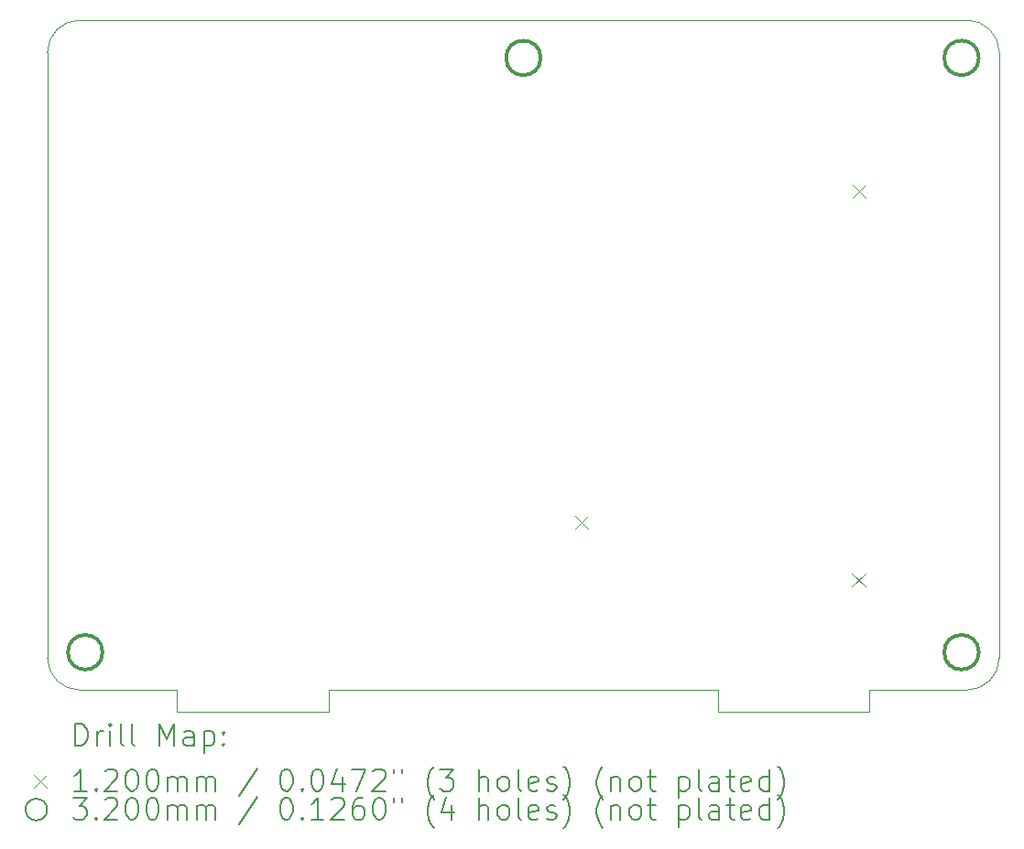
<source format=gbr>
%TF.GenerationSoftware,KiCad,Pcbnew,8.0.5*%
%TF.CreationDate,2024-09-19T11:27:25+10:00*%
%TF.ProjectId,SBR2.1,53425232-2e31-42e6-9b69-6361645f7063,rev?*%
%TF.SameCoordinates,Original*%
%TF.FileFunction,Drillmap*%
%TF.FilePolarity,Positive*%
%FSLAX45Y45*%
G04 Gerber Fmt 4.5, Leading zero omitted, Abs format (unit mm)*
G04 Created by KiCad (PCBNEW 8.0.5) date 2024-09-19 11:27:25*
%MOMM*%
%LPD*%
G01*
G04 APERTURE LIST*
%ADD10C,0.050000*%
%ADD11C,0.200000*%
%ADD12C,0.120000*%
%ADD13C,0.320000*%
G04 APERTURE END LIST*
D10*
X8600000Y-10000000D02*
G75*
G02*
X8300000Y-9700000I0J300000D01*
G01*
X14500000Y-10200000D02*
X15900000Y-10200000D01*
X16800000Y-3800000D02*
X8600000Y-3800000D01*
X14500000Y-10000000D02*
X14500000Y-10200000D01*
X15900000Y-10000000D02*
X16800000Y-10000000D01*
X8600000Y-10000000D02*
X9500000Y-10000000D01*
X17100000Y-9700000D02*
G75*
G02*
X16800000Y-10000000I-300000J0D01*
G01*
X9500000Y-10000000D02*
X9500000Y-10200000D01*
X9500000Y-10200000D02*
X10900000Y-10200000D01*
X17100000Y-9700000D02*
X17100000Y-4100000D01*
X16800000Y-3800000D02*
G75*
G02*
X17100000Y-4100000I0J-300000D01*
G01*
X10900000Y-10000000D02*
X14500000Y-10000000D01*
X8300000Y-4100000D02*
G75*
G02*
X8600000Y-3800000I300000J0D01*
G01*
X10900000Y-10200000D02*
X10900000Y-10000000D01*
X8300000Y-4100000D02*
X8300000Y-9700000D01*
X15900000Y-10200000D02*
X15900000Y-10000000D01*
D11*
D12*
X13175000Y-8387500D02*
X13295000Y-8507500D01*
X13295000Y-8387500D02*
X13175000Y-8507500D01*
X15740000Y-8925000D02*
X15860000Y-9045000D01*
X15860000Y-8925000D02*
X15740000Y-9045000D01*
X15742500Y-5325000D02*
X15862500Y-5445000D01*
X15862500Y-5325000D02*
X15742500Y-5445000D01*
D13*
X8810000Y-9650000D02*
G75*
G02*
X8490000Y-9650000I-160000J0D01*
G01*
X8490000Y-9650000D02*
G75*
G02*
X8810000Y-9650000I160000J0D01*
G01*
X12860000Y-4150000D02*
G75*
G02*
X12540000Y-4150000I-160000J0D01*
G01*
X12540000Y-4150000D02*
G75*
G02*
X12860000Y-4150000I160000J0D01*
G01*
X16910000Y-4150000D02*
G75*
G02*
X16590000Y-4150000I-160000J0D01*
G01*
X16590000Y-4150000D02*
G75*
G02*
X16910000Y-4150000I160000J0D01*
G01*
X16910000Y-9650000D02*
G75*
G02*
X16590000Y-9650000I-160000J0D01*
G01*
X16590000Y-9650000D02*
G75*
G02*
X16910000Y-9650000I160000J0D01*
G01*
D11*
X8558277Y-10513984D02*
X8558277Y-10313984D01*
X8558277Y-10313984D02*
X8605896Y-10313984D01*
X8605896Y-10313984D02*
X8634467Y-10323508D01*
X8634467Y-10323508D02*
X8653515Y-10342555D01*
X8653515Y-10342555D02*
X8663039Y-10361603D01*
X8663039Y-10361603D02*
X8672563Y-10399698D01*
X8672563Y-10399698D02*
X8672563Y-10428270D01*
X8672563Y-10428270D02*
X8663039Y-10466365D01*
X8663039Y-10466365D02*
X8653515Y-10485412D01*
X8653515Y-10485412D02*
X8634467Y-10504460D01*
X8634467Y-10504460D02*
X8605896Y-10513984D01*
X8605896Y-10513984D02*
X8558277Y-10513984D01*
X8758277Y-10513984D02*
X8758277Y-10380650D01*
X8758277Y-10418746D02*
X8767801Y-10399698D01*
X8767801Y-10399698D02*
X8777324Y-10390174D01*
X8777324Y-10390174D02*
X8796372Y-10380650D01*
X8796372Y-10380650D02*
X8815420Y-10380650D01*
X8882086Y-10513984D02*
X8882086Y-10380650D01*
X8882086Y-10313984D02*
X8872563Y-10323508D01*
X8872563Y-10323508D02*
X8882086Y-10333031D01*
X8882086Y-10333031D02*
X8891610Y-10323508D01*
X8891610Y-10323508D02*
X8882086Y-10313984D01*
X8882086Y-10313984D02*
X8882086Y-10333031D01*
X9005896Y-10513984D02*
X8986848Y-10504460D01*
X8986848Y-10504460D02*
X8977324Y-10485412D01*
X8977324Y-10485412D02*
X8977324Y-10313984D01*
X9110658Y-10513984D02*
X9091610Y-10504460D01*
X9091610Y-10504460D02*
X9082086Y-10485412D01*
X9082086Y-10485412D02*
X9082086Y-10313984D01*
X9339229Y-10513984D02*
X9339229Y-10313984D01*
X9339229Y-10313984D02*
X9405896Y-10456841D01*
X9405896Y-10456841D02*
X9472563Y-10313984D01*
X9472563Y-10313984D02*
X9472563Y-10513984D01*
X9653515Y-10513984D02*
X9653515Y-10409222D01*
X9653515Y-10409222D02*
X9643991Y-10390174D01*
X9643991Y-10390174D02*
X9624944Y-10380650D01*
X9624944Y-10380650D02*
X9586848Y-10380650D01*
X9586848Y-10380650D02*
X9567801Y-10390174D01*
X9653515Y-10504460D02*
X9634467Y-10513984D01*
X9634467Y-10513984D02*
X9586848Y-10513984D01*
X9586848Y-10513984D02*
X9567801Y-10504460D01*
X9567801Y-10504460D02*
X9558277Y-10485412D01*
X9558277Y-10485412D02*
X9558277Y-10466365D01*
X9558277Y-10466365D02*
X9567801Y-10447317D01*
X9567801Y-10447317D02*
X9586848Y-10437793D01*
X9586848Y-10437793D02*
X9634467Y-10437793D01*
X9634467Y-10437793D02*
X9653515Y-10428270D01*
X9748753Y-10380650D02*
X9748753Y-10580650D01*
X9748753Y-10390174D02*
X9767801Y-10380650D01*
X9767801Y-10380650D02*
X9805896Y-10380650D01*
X9805896Y-10380650D02*
X9824944Y-10390174D01*
X9824944Y-10390174D02*
X9834467Y-10399698D01*
X9834467Y-10399698D02*
X9843991Y-10418746D01*
X9843991Y-10418746D02*
X9843991Y-10475889D01*
X9843991Y-10475889D02*
X9834467Y-10494936D01*
X9834467Y-10494936D02*
X9824944Y-10504460D01*
X9824944Y-10504460D02*
X9805896Y-10513984D01*
X9805896Y-10513984D02*
X9767801Y-10513984D01*
X9767801Y-10513984D02*
X9748753Y-10504460D01*
X9929705Y-10494936D02*
X9939229Y-10504460D01*
X9939229Y-10504460D02*
X9929705Y-10513984D01*
X9929705Y-10513984D02*
X9920182Y-10504460D01*
X9920182Y-10504460D02*
X9929705Y-10494936D01*
X9929705Y-10494936D02*
X9929705Y-10513984D01*
X9929705Y-10390174D02*
X9939229Y-10399698D01*
X9939229Y-10399698D02*
X9929705Y-10409222D01*
X9929705Y-10409222D02*
X9920182Y-10399698D01*
X9920182Y-10399698D02*
X9929705Y-10390174D01*
X9929705Y-10390174D02*
X9929705Y-10409222D01*
D12*
X8177500Y-10782500D02*
X8297500Y-10902500D01*
X8297500Y-10782500D02*
X8177500Y-10902500D01*
D11*
X8663039Y-10933984D02*
X8548753Y-10933984D01*
X8605896Y-10933984D02*
X8605896Y-10733984D01*
X8605896Y-10733984D02*
X8586848Y-10762555D01*
X8586848Y-10762555D02*
X8567801Y-10781603D01*
X8567801Y-10781603D02*
X8548753Y-10791127D01*
X8748753Y-10914936D02*
X8758277Y-10924460D01*
X8758277Y-10924460D02*
X8748753Y-10933984D01*
X8748753Y-10933984D02*
X8739229Y-10924460D01*
X8739229Y-10924460D02*
X8748753Y-10914936D01*
X8748753Y-10914936D02*
X8748753Y-10933984D01*
X8834467Y-10753031D02*
X8843991Y-10743508D01*
X8843991Y-10743508D02*
X8863039Y-10733984D01*
X8863039Y-10733984D02*
X8910658Y-10733984D01*
X8910658Y-10733984D02*
X8929705Y-10743508D01*
X8929705Y-10743508D02*
X8939229Y-10753031D01*
X8939229Y-10753031D02*
X8948753Y-10772079D01*
X8948753Y-10772079D02*
X8948753Y-10791127D01*
X8948753Y-10791127D02*
X8939229Y-10819698D01*
X8939229Y-10819698D02*
X8824944Y-10933984D01*
X8824944Y-10933984D02*
X8948753Y-10933984D01*
X9072563Y-10733984D02*
X9091610Y-10733984D01*
X9091610Y-10733984D02*
X9110658Y-10743508D01*
X9110658Y-10743508D02*
X9120182Y-10753031D01*
X9120182Y-10753031D02*
X9129705Y-10772079D01*
X9129705Y-10772079D02*
X9139229Y-10810174D01*
X9139229Y-10810174D02*
X9139229Y-10857793D01*
X9139229Y-10857793D02*
X9129705Y-10895889D01*
X9129705Y-10895889D02*
X9120182Y-10914936D01*
X9120182Y-10914936D02*
X9110658Y-10924460D01*
X9110658Y-10924460D02*
X9091610Y-10933984D01*
X9091610Y-10933984D02*
X9072563Y-10933984D01*
X9072563Y-10933984D02*
X9053515Y-10924460D01*
X9053515Y-10924460D02*
X9043991Y-10914936D01*
X9043991Y-10914936D02*
X9034467Y-10895889D01*
X9034467Y-10895889D02*
X9024944Y-10857793D01*
X9024944Y-10857793D02*
X9024944Y-10810174D01*
X9024944Y-10810174D02*
X9034467Y-10772079D01*
X9034467Y-10772079D02*
X9043991Y-10753031D01*
X9043991Y-10753031D02*
X9053515Y-10743508D01*
X9053515Y-10743508D02*
X9072563Y-10733984D01*
X9263039Y-10733984D02*
X9282086Y-10733984D01*
X9282086Y-10733984D02*
X9301134Y-10743508D01*
X9301134Y-10743508D02*
X9310658Y-10753031D01*
X9310658Y-10753031D02*
X9320182Y-10772079D01*
X9320182Y-10772079D02*
X9329705Y-10810174D01*
X9329705Y-10810174D02*
X9329705Y-10857793D01*
X9329705Y-10857793D02*
X9320182Y-10895889D01*
X9320182Y-10895889D02*
X9310658Y-10914936D01*
X9310658Y-10914936D02*
X9301134Y-10924460D01*
X9301134Y-10924460D02*
X9282086Y-10933984D01*
X9282086Y-10933984D02*
X9263039Y-10933984D01*
X9263039Y-10933984D02*
X9243991Y-10924460D01*
X9243991Y-10924460D02*
X9234467Y-10914936D01*
X9234467Y-10914936D02*
X9224944Y-10895889D01*
X9224944Y-10895889D02*
X9215420Y-10857793D01*
X9215420Y-10857793D02*
X9215420Y-10810174D01*
X9215420Y-10810174D02*
X9224944Y-10772079D01*
X9224944Y-10772079D02*
X9234467Y-10753031D01*
X9234467Y-10753031D02*
X9243991Y-10743508D01*
X9243991Y-10743508D02*
X9263039Y-10733984D01*
X9415420Y-10933984D02*
X9415420Y-10800650D01*
X9415420Y-10819698D02*
X9424944Y-10810174D01*
X9424944Y-10810174D02*
X9443991Y-10800650D01*
X9443991Y-10800650D02*
X9472563Y-10800650D01*
X9472563Y-10800650D02*
X9491610Y-10810174D01*
X9491610Y-10810174D02*
X9501134Y-10829222D01*
X9501134Y-10829222D02*
X9501134Y-10933984D01*
X9501134Y-10829222D02*
X9510658Y-10810174D01*
X9510658Y-10810174D02*
X9529705Y-10800650D01*
X9529705Y-10800650D02*
X9558277Y-10800650D01*
X9558277Y-10800650D02*
X9577325Y-10810174D01*
X9577325Y-10810174D02*
X9586848Y-10829222D01*
X9586848Y-10829222D02*
X9586848Y-10933984D01*
X9682086Y-10933984D02*
X9682086Y-10800650D01*
X9682086Y-10819698D02*
X9691610Y-10810174D01*
X9691610Y-10810174D02*
X9710658Y-10800650D01*
X9710658Y-10800650D02*
X9739229Y-10800650D01*
X9739229Y-10800650D02*
X9758277Y-10810174D01*
X9758277Y-10810174D02*
X9767801Y-10829222D01*
X9767801Y-10829222D02*
X9767801Y-10933984D01*
X9767801Y-10829222D02*
X9777325Y-10810174D01*
X9777325Y-10810174D02*
X9796372Y-10800650D01*
X9796372Y-10800650D02*
X9824944Y-10800650D01*
X9824944Y-10800650D02*
X9843991Y-10810174D01*
X9843991Y-10810174D02*
X9853515Y-10829222D01*
X9853515Y-10829222D02*
X9853515Y-10933984D01*
X10243991Y-10724460D02*
X10072563Y-10981603D01*
X10501134Y-10733984D02*
X10520182Y-10733984D01*
X10520182Y-10733984D02*
X10539229Y-10743508D01*
X10539229Y-10743508D02*
X10548753Y-10753031D01*
X10548753Y-10753031D02*
X10558277Y-10772079D01*
X10558277Y-10772079D02*
X10567801Y-10810174D01*
X10567801Y-10810174D02*
X10567801Y-10857793D01*
X10567801Y-10857793D02*
X10558277Y-10895889D01*
X10558277Y-10895889D02*
X10548753Y-10914936D01*
X10548753Y-10914936D02*
X10539229Y-10924460D01*
X10539229Y-10924460D02*
X10520182Y-10933984D01*
X10520182Y-10933984D02*
X10501134Y-10933984D01*
X10501134Y-10933984D02*
X10482087Y-10924460D01*
X10482087Y-10924460D02*
X10472563Y-10914936D01*
X10472563Y-10914936D02*
X10463039Y-10895889D01*
X10463039Y-10895889D02*
X10453515Y-10857793D01*
X10453515Y-10857793D02*
X10453515Y-10810174D01*
X10453515Y-10810174D02*
X10463039Y-10772079D01*
X10463039Y-10772079D02*
X10472563Y-10753031D01*
X10472563Y-10753031D02*
X10482087Y-10743508D01*
X10482087Y-10743508D02*
X10501134Y-10733984D01*
X10653515Y-10914936D02*
X10663039Y-10924460D01*
X10663039Y-10924460D02*
X10653515Y-10933984D01*
X10653515Y-10933984D02*
X10643991Y-10924460D01*
X10643991Y-10924460D02*
X10653515Y-10914936D01*
X10653515Y-10914936D02*
X10653515Y-10933984D01*
X10786848Y-10733984D02*
X10805896Y-10733984D01*
X10805896Y-10733984D02*
X10824944Y-10743508D01*
X10824944Y-10743508D02*
X10834468Y-10753031D01*
X10834468Y-10753031D02*
X10843991Y-10772079D01*
X10843991Y-10772079D02*
X10853515Y-10810174D01*
X10853515Y-10810174D02*
X10853515Y-10857793D01*
X10853515Y-10857793D02*
X10843991Y-10895889D01*
X10843991Y-10895889D02*
X10834468Y-10914936D01*
X10834468Y-10914936D02*
X10824944Y-10924460D01*
X10824944Y-10924460D02*
X10805896Y-10933984D01*
X10805896Y-10933984D02*
X10786848Y-10933984D01*
X10786848Y-10933984D02*
X10767801Y-10924460D01*
X10767801Y-10924460D02*
X10758277Y-10914936D01*
X10758277Y-10914936D02*
X10748753Y-10895889D01*
X10748753Y-10895889D02*
X10739229Y-10857793D01*
X10739229Y-10857793D02*
X10739229Y-10810174D01*
X10739229Y-10810174D02*
X10748753Y-10772079D01*
X10748753Y-10772079D02*
X10758277Y-10753031D01*
X10758277Y-10753031D02*
X10767801Y-10743508D01*
X10767801Y-10743508D02*
X10786848Y-10733984D01*
X11024944Y-10800650D02*
X11024944Y-10933984D01*
X10977325Y-10724460D02*
X10929706Y-10867317D01*
X10929706Y-10867317D02*
X11053515Y-10867317D01*
X11110658Y-10733984D02*
X11243991Y-10733984D01*
X11243991Y-10733984D02*
X11158277Y-10933984D01*
X11310658Y-10753031D02*
X11320182Y-10743508D01*
X11320182Y-10743508D02*
X11339229Y-10733984D01*
X11339229Y-10733984D02*
X11386848Y-10733984D01*
X11386848Y-10733984D02*
X11405896Y-10743508D01*
X11405896Y-10743508D02*
X11415420Y-10753031D01*
X11415420Y-10753031D02*
X11424944Y-10772079D01*
X11424944Y-10772079D02*
X11424944Y-10791127D01*
X11424944Y-10791127D02*
X11415420Y-10819698D01*
X11415420Y-10819698D02*
X11301134Y-10933984D01*
X11301134Y-10933984D02*
X11424944Y-10933984D01*
X11501134Y-10733984D02*
X11501134Y-10772079D01*
X11577325Y-10733984D02*
X11577325Y-10772079D01*
X11872563Y-11010174D02*
X11863039Y-11000650D01*
X11863039Y-11000650D02*
X11843991Y-10972079D01*
X11843991Y-10972079D02*
X11834468Y-10953031D01*
X11834468Y-10953031D02*
X11824944Y-10924460D01*
X11824944Y-10924460D02*
X11815420Y-10876841D01*
X11815420Y-10876841D02*
X11815420Y-10838746D01*
X11815420Y-10838746D02*
X11824944Y-10791127D01*
X11824944Y-10791127D02*
X11834468Y-10762555D01*
X11834468Y-10762555D02*
X11843991Y-10743508D01*
X11843991Y-10743508D02*
X11863039Y-10714936D01*
X11863039Y-10714936D02*
X11872563Y-10705412D01*
X11929706Y-10733984D02*
X12053515Y-10733984D01*
X12053515Y-10733984D02*
X11986848Y-10810174D01*
X11986848Y-10810174D02*
X12015420Y-10810174D01*
X12015420Y-10810174D02*
X12034468Y-10819698D01*
X12034468Y-10819698D02*
X12043991Y-10829222D01*
X12043991Y-10829222D02*
X12053515Y-10848270D01*
X12053515Y-10848270D02*
X12053515Y-10895889D01*
X12053515Y-10895889D02*
X12043991Y-10914936D01*
X12043991Y-10914936D02*
X12034468Y-10924460D01*
X12034468Y-10924460D02*
X12015420Y-10933984D01*
X12015420Y-10933984D02*
X11958277Y-10933984D01*
X11958277Y-10933984D02*
X11939229Y-10924460D01*
X11939229Y-10924460D02*
X11929706Y-10914936D01*
X12291610Y-10933984D02*
X12291610Y-10733984D01*
X12377325Y-10933984D02*
X12377325Y-10829222D01*
X12377325Y-10829222D02*
X12367801Y-10810174D01*
X12367801Y-10810174D02*
X12348753Y-10800650D01*
X12348753Y-10800650D02*
X12320182Y-10800650D01*
X12320182Y-10800650D02*
X12301134Y-10810174D01*
X12301134Y-10810174D02*
X12291610Y-10819698D01*
X12501134Y-10933984D02*
X12482087Y-10924460D01*
X12482087Y-10924460D02*
X12472563Y-10914936D01*
X12472563Y-10914936D02*
X12463039Y-10895889D01*
X12463039Y-10895889D02*
X12463039Y-10838746D01*
X12463039Y-10838746D02*
X12472563Y-10819698D01*
X12472563Y-10819698D02*
X12482087Y-10810174D01*
X12482087Y-10810174D02*
X12501134Y-10800650D01*
X12501134Y-10800650D02*
X12529706Y-10800650D01*
X12529706Y-10800650D02*
X12548753Y-10810174D01*
X12548753Y-10810174D02*
X12558277Y-10819698D01*
X12558277Y-10819698D02*
X12567801Y-10838746D01*
X12567801Y-10838746D02*
X12567801Y-10895889D01*
X12567801Y-10895889D02*
X12558277Y-10914936D01*
X12558277Y-10914936D02*
X12548753Y-10924460D01*
X12548753Y-10924460D02*
X12529706Y-10933984D01*
X12529706Y-10933984D02*
X12501134Y-10933984D01*
X12682087Y-10933984D02*
X12663039Y-10924460D01*
X12663039Y-10924460D02*
X12653515Y-10905412D01*
X12653515Y-10905412D02*
X12653515Y-10733984D01*
X12834468Y-10924460D02*
X12815420Y-10933984D01*
X12815420Y-10933984D02*
X12777325Y-10933984D01*
X12777325Y-10933984D02*
X12758277Y-10924460D01*
X12758277Y-10924460D02*
X12748753Y-10905412D01*
X12748753Y-10905412D02*
X12748753Y-10829222D01*
X12748753Y-10829222D02*
X12758277Y-10810174D01*
X12758277Y-10810174D02*
X12777325Y-10800650D01*
X12777325Y-10800650D02*
X12815420Y-10800650D01*
X12815420Y-10800650D02*
X12834468Y-10810174D01*
X12834468Y-10810174D02*
X12843991Y-10829222D01*
X12843991Y-10829222D02*
X12843991Y-10848270D01*
X12843991Y-10848270D02*
X12748753Y-10867317D01*
X12920182Y-10924460D02*
X12939230Y-10933984D01*
X12939230Y-10933984D02*
X12977325Y-10933984D01*
X12977325Y-10933984D02*
X12996372Y-10924460D01*
X12996372Y-10924460D02*
X13005896Y-10905412D01*
X13005896Y-10905412D02*
X13005896Y-10895889D01*
X13005896Y-10895889D02*
X12996372Y-10876841D01*
X12996372Y-10876841D02*
X12977325Y-10867317D01*
X12977325Y-10867317D02*
X12948753Y-10867317D01*
X12948753Y-10867317D02*
X12929706Y-10857793D01*
X12929706Y-10857793D02*
X12920182Y-10838746D01*
X12920182Y-10838746D02*
X12920182Y-10829222D01*
X12920182Y-10829222D02*
X12929706Y-10810174D01*
X12929706Y-10810174D02*
X12948753Y-10800650D01*
X12948753Y-10800650D02*
X12977325Y-10800650D01*
X12977325Y-10800650D02*
X12996372Y-10810174D01*
X13072563Y-11010174D02*
X13082087Y-11000650D01*
X13082087Y-11000650D02*
X13101134Y-10972079D01*
X13101134Y-10972079D02*
X13110658Y-10953031D01*
X13110658Y-10953031D02*
X13120182Y-10924460D01*
X13120182Y-10924460D02*
X13129706Y-10876841D01*
X13129706Y-10876841D02*
X13129706Y-10838746D01*
X13129706Y-10838746D02*
X13120182Y-10791127D01*
X13120182Y-10791127D02*
X13110658Y-10762555D01*
X13110658Y-10762555D02*
X13101134Y-10743508D01*
X13101134Y-10743508D02*
X13082087Y-10714936D01*
X13082087Y-10714936D02*
X13072563Y-10705412D01*
X13434468Y-11010174D02*
X13424944Y-11000650D01*
X13424944Y-11000650D02*
X13405896Y-10972079D01*
X13405896Y-10972079D02*
X13396372Y-10953031D01*
X13396372Y-10953031D02*
X13386849Y-10924460D01*
X13386849Y-10924460D02*
X13377325Y-10876841D01*
X13377325Y-10876841D02*
X13377325Y-10838746D01*
X13377325Y-10838746D02*
X13386849Y-10791127D01*
X13386849Y-10791127D02*
X13396372Y-10762555D01*
X13396372Y-10762555D02*
X13405896Y-10743508D01*
X13405896Y-10743508D02*
X13424944Y-10714936D01*
X13424944Y-10714936D02*
X13434468Y-10705412D01*
X13510658Y-10800650D02*
X13510658Y-10933984D01*
X13510658Y-10819698D02*
X13520182Y-10810174D01*
X13520182Y-10810174D02*
X13539230Y-10800650D01*
X13539230Y-10800650D02*
X13567801Y-10800650D01*
X13567801Y-10800650D02*
X13586849Y-10810174D01*
X13586849Y-10810174D02*
X13596372Y-10829222D01*
X13596372Y-10829222D02*
X13596372Y-10933984D01*
X13720182Y-10933984D02*
X13701134Y-10924460D01*
X13701134Y-10924460D02*
X13691611Y-10914936D01*
X13691611Y-10914936D02*
X13682087Y-10895889D01*
X13682087Y-10895889D02*
X13682087Y-10838746D01*
X13682087Y-10838746D02*
X13691611Y-10819698D01*
X13691611Y-10819698D02*
X13701134Y-10810174D01*
X13701134Y-10810174D02*
X13720182Y-10800650D01*
X13720182Y-10800650D02*
X13748753Y-10800650D01*
X13748753Y-10800650D02*
X13767801Y-10810174D01*
X13767801Y-10810174D02*
X13777325Y-10819698D01*
X13777325Y-10819698D02*
X13786849Y-10838746D01*
X13786849Y-10838746D02*
X13786849Y-10895889D01*
X13786849Y-10895889D02*
X13777325Y-10914936D01*
X13777325Y-10914936D02*
X13767801Y-10924460D01*
X13767801Y-10924460D02*
X13748753Y-10933984D01*
X13748753Y-10933984D02*
X13720182Y-10933984D01*
X13843992Y-10800650D02*
X13920182Y-10800650D01*
X13872563Y-10733984D02*
X13872563Y-10905412D01*
X13872563Y-10905412D02*
X13882087Y-10924460D01*
X13882087Y-10924460D02*
X13901134Y-10933984D01*
X13901134Y-10933984D02*
X13920182Y-10933984D01*
X14139230Y-10800650D02*
X14139230Y-11000650D01*
X14139230Y-10810174D02*
X14158277Y-10800650D01*
X14158277Y-10800650D02*
X14196373Y-10800650D01*
X14196373Y-10800650D02*
X14215420Y-10810174D01*
X14215420Y-10810174D02*
X14224944Y-10819698D01*
X14224944Y-10819698D02*
X14234468Y-10838746D01*
X14234468Y-10838746D02*
X14234468Y-10895889D01*
X14234468Y-10895889D02*
X14224944Y-10914936D01*
X14224944Y-10914936D02*
X14215420Y-10924460D01*
X14215420Y-10924460D02*
X14196373Y-10933984D01*
X14196373Y-10933984D02*
X14158277Y-10933984D01*
X14158277Y-10933984D02*
X14139230Y-10924460D01*
X14348753Y-10933984D02*
X14329706Y-10924460D01*
X14329706Y-10924460D02*
X14320182Y-10905412D01*
X14320182Y-10905412D02*
X14320182Y-10733984D01*
X14510658Y-10933984D02*
X14510658Y-10829222D01*
X14510658Y-10829222D02*
X14501134Y-10810174D01*
X14501134Y-10810174D02*
X14482087Y-10800650D01*
X14482087Y-10800650D02*
X14443992Y-10800650D01*
X14443992Y-10800650D02*
X14424944Y-10810174D01*
X14510658Y-10924460D02*
X14491611Y-10933984D01*
X14491611Y-10933984D02*
X14443992Y-10933984D01*
X14443992Y-10933984D02*
X14424944Y-10924460D01*
X14424944Y-10924460D02*
X14415420Y-10905412D01*
X14415420Y-10905412D02*
X14415420Y-10886365D01*
X14415420Y-10886365D02*
X14424944Y-10867317D01*
X14424944Y-10867317D02*
X14443992Y-10857793D01*
X14443992Y-10857793D02*
X14491611Y-10857793D01*
X14491611Y-10857793D02*
X14510658Y-10848270D01*
X14577325Y-10800650D02*
X14653515Y-10800650D01*
X14605896Y-10733984D02*
X14605896Y-10905412D01*
X14605896Y-10905412D02*
X14615420Y-10924460D01*
X14615420Y-10924460D02*
X14634468Y-10933984D01*
X14634468Y-10933984D02*
X14653515Y-10933984D01*
X14796373Y-10924460D02*
X14777325Y-10933984D01*
X14777325Y-10933984D02*
X14739230Y-10933984D01*
X14739230Y-10933984D02*
X14720182Y-10924460D01*
X14720182Y-10924460D02*
X14710658Y-10905412D01*
X14710658Y-10905412D02*
X14710658Y-10829222D01*
X14710658Y-10829222D02*
X14720182Y-10810174D01*
X14720182Y-10810174D02*
X14739230Y-10800650D01*
X14739230Y-10800650D02*
X14777325Y-10800650D01*
X14777325Y-10800650D02*
X14796373Y-10810174D01*
X14796373Y-10810174D02*
X14805896Y-10829222D01*
X14805896Y-10829222D02*
X14805896Y-10848270D01*
X14805896Y-10848270D02*
X14710658Y-10867317D01*
X14977325Y-10933984D02*
X14977325Y-10733984D01*
X14977325Y-10924460D02*
X14958277Y-10933984D01*
X14958277Y-10933984D02*
X14920182Y-10933984D01*
X14920182Y-10933984D02*
X14901134Y-10924460D01*
X14901134Y-10924460D02*
X14891611Y-10914936D01*
X14891611Y-10914936D02*
X14882087Y-10895889D01*
X14882087Y-10895889D02*
X14882087Y-10838746D01*
X14882087Y-10838746D02*
X14891611Y-10819698D01*
X14891611Y-10819698D02*
X14901134Y-10810174D01*
X14901134Y-10810174D02*
X14920182Y-10800650D01*
X14920182Y-10800650D02*
X14958277Y-10800650D01*
X14958277Y-10800650D02*
X14977325Y-10810174D01*
X15053515Y-11010174D02*
X15063039Y-11000650D01*
X15063039Y-11000650D02*
X15082087Y-10972079D01*
X15082087Y-10972079D02*
X15091611Y-10953031D01*
X15091611Y-10953031D02*
X15101134Y-10924460D01*
X15101134Y-10924460D02*
X15110658Y-10876841D01*
X15110658Y-10876841D02*
X15110658Y-10838746D01*
X15110658Y-10838746D02*
X15101134Y-10791127D01*
X15101134Y-10791127D02*
X15091611Y-10762555D01*
X15091611Y-10762555D02*
X15082087Y-10743508D01*
X15082087Y-10743508D02*
X15063039Y-10714936D01*
X15063039Y-10714936D02*
X15053515Y-10705412D01*
X8297500Y-11106500D02*
G75*
G02*
X8097500Y-11106500I-100000J0D01*
G01*
X8097500Y-11106500D02*
G75*
G02*
X8297500Y-11106500I100000J0D01*
G01*
X8539229Y-10997984D02*
X8663039Y-10997984D01*
X8663039Y-10997984D02*
X8596372Y-11074174D01*
X8596372Y-11074174D02*
X8624944Y-11074174D01*
X8624944Y-11074174D02*
X8643991Y-11083698D01*
X8643991Y-11083698D02*
X8653515Y-11093222D01*
X8653515Y-11093222D02*
X8663039Y-11112270D01*
X8663039Y-11112270D02*
X8663039Y-11159889D01*
X8663039Y-11159889D02*
X8653515Y-11178936D01*
X8653515Y-11178936D02*
X8643991Y-11188460D01*
X8643991Y-11188460D02*
X8624944Y-11197984D01*
X8624944Y-11197984D02*
X8567801Y-11197984D01*
X8567801Y-11197984D02*
X8548753Y-11188460D01*
X8548753Y-11188460D02*
X8539229Y-11178936D01*
X8748753Y-11178936D02*
X8758277Y-11188460D01*
X8758277Y-11188460D02*
X8748753Y-11197984D01*
X8748753Y-11197984D02*
X8739229Y-11188460D01*
X8739229Y-11188460D02*
X8748753Y-11178936D01*
X8748753Y-11178936D02*
X8748753Y-11197984D01*
X8834467Y-11017031D02*
X8843991Y-11007508D01*
X8843991Y-11007508D02*
X8863039Y-10997984D01*
X8863039Y-10997984D02*
X8910658Y-10997984D01*
X8910658Y-10997984D02*
X8929705Y-11007508D01*
X8929705Y-11007508D02*
X8939229Y-11017031D01*
X8939229Y-11017031D02*
X8948753Y-11036079D01*
X8948753Y-11036079D02*
X8948753Y-11055127D01*
X8948753Y-11055127D02*
X8939229Y-11083698D01*
X8939229Y-11083698D02*
X8824944Y-11197984D01*
X8824944Y-11197984D02*
X8948753Y-11197984D01*
X9072563Y-10997984D02*
X9091610Y-10997984D01*
X9091610Y-10997984D02*
X9110658Y-11007508D01*
X9110658Y-11007508D02*
X9120182Y-11017031D01*
X9120182Y-11017031D02*
X9129705Y-11036079D01*
X9129705Y-11036079D02*
X9139229Y-11074174D01*
X9139229Y-11074174D02*
X9139229Y-11121793D01*
X9139229Y-11121793D02*
X9129705Y-11159889D01*
X9129705Y-11159889D02*
X9120182Y-11178936D01*
X9120182Y-11178936D02*
X9110658Y-11188460D01*
X9110658Y-11188460D02*
X9091610Y-11197984D01*
X9091610Y-11197984D02*
X9072563Y-11197984D01*
X9072563Y-11197984D02*
X9053515Y-11188460D01*
X9053515Y-11188460D02*
X9043991Y-11178936D01*
X9043991Y-11178936D02*
X9034467Y-11159889D01*
X9034467Y-11159889D02*
X9024944Y-11121793D01*
X9024944Y-11121793D02*
X9024944Y-11074174D01*
X9024944Y-11074174D02*
X9034467Y-11036079D01*
X9034467Y-11036079D02*
X9043991Y-11017031D01*
X9043991Y-11017031D02*
X9053515Y-11007508D01*
X9053515Y-11007508D02*
X9072563Y-10997984D01*
X9263039Y-10997984D02*
X9282086Y-10997984D01*
X9282086Y-10997984D02*
X9301134Y-11007508D01*
X9301134Y-11007508D02*
X9310658Y-11017031D01*
X9310658Y-11017031D02*
X9320182Y-11036079D01*
X9320182Y-11036079D02*
X9329705Y-11074174D01*
X9329705Y-11074174D02*
X9329705Y-11121793D01*
X9329705Y-11121793D02*
X9320182Y-11159889D01*
X9320182Y-11159889D02*
X9310658Y-11178936D01*
X9310658Y-11178936D02*
X9301134Y-11188460D01*
X9301134Y-11188460D02*
X9282086Y-11197984D01*
X9282086Y-11197984D02*
X9263039Y-11197984D01*
X9263039Y-11197984D02*
X9243991Y-11188460D01*
X9243991Y-11188460D02*
X9234467Y-11178936D01*
X9234467Y-11178936D02*
X9224944Y-11159889D01*
X9224944Y-11159889D02*
X9215420Y-11121793D01*
X9215420Y-11121793D02*
X9215420Y-11074174D01*
X9215420Y-11074174D02*
X9224944Y-11036079D01*
X9224944Y-11036079D02*
X9234467Y-11017031D01*
X9234467Y-11017031D02*
X9243991Y-11007508D01*
X9243991Y-11007508D02*
X9263039Y-10997984D01*
X9415420Y-11197984D02*
X9415420Y-11064650D01*
X9415420Y-11083698D02*
X9424944Y-11074174D01*
X9424944Y-11074174D02*
X9443991Y-11064650D01*
X9443991Y-11064650D02*
X9472563Y-11064650D01*
X9472563Y-11064650D02*
X9491610Y-11074174D01*
X9491610Y-11074174D02*
X9501134Y-11093222D01*
X9501134Y-11093222D02*
X9501134Y-11197984D01*
X9501134Y-11093222D02*
X9510658Y-11074174D01*
X9510658Y-11074174D02*
X9529705Y-11064650D01*
X9529705Y-11064650D02*
X9558277Y-11064650D01*
X9558277Y-11064650D02*
X9577325Y-11074174D01*
X9577325Y-11074174D02*
X9586848Y-11093222D01*
X9586848Y-11093222D02*
X9586848Y-11197984D01*
X9682086Y-11197984D02*
X9682086Y-11064650D01*
X9682086Y-11083698D02*
X9691610Y-11074174D01*
X9691610Y-11074174D02*
X9710658Y-11064650D01*
X9710658Y-11064650D02*
X9739229Y-11064650D01*
X9739229Y-11064650D02*
X9758277Y-11074174D01*
X9758277Y-11074174D02*
X9767801Y-11093222D01*
X9767801Y-11093222D02*
X9767801Y-11197984D01*
X9767801Y-11093222D02*
X9777325Y-11074174D01*
X9777325Y-11074174D02*
X9796372Y-11064650D01*
X9796372Y-11064650D02*
X9824944Y-11064650D01*
X9824944Y-11064650D02*
X9843991Y-11074174D01*
X9843991Y-11074174D02*
X9853515Y-11093222D01*
X9853515Y-11093222D02*
X9853515Y-11197984D01*
X10243991Y-10988460D02*
X10072563Y-11245603D01*
X10501134Y-10997984D02*
X10520182Y-10997984D01*
X10520182Y-10997984D02*
X10539229Y-11007508D01*
X10539229Y-11007508D02*
X10548753Y-11017031D01*
X10548753Y-11017031D02*
X10558277Y-11036079D01*
X10558277Y-11036079D02*
X10567801Y-11074174D01*
X10567801Y-11074174D02*
X10567801Y-11121793D01*
X10567801Y-11121793D02*
X10558277Y-11159889D01*
X10558277Y-11159889D02*
X10548753Y-11178936D01*
X10548753Y-11178936D02*
X10539229Y-11188460D01*
X10539229Y-11188460D02*
X10520182Y-11197984D01*
X10520182Y-11197984D02*
X10501134Y-11197984D01*
X10501134Y-11197984D02*
X10482087Y-11188460D01*
X10482087Y-11188460D02*
X10472563Y-11178936D01*
X10472563Y-11178936D02*
X10463039Y-11159889D01*
X10463039Y-11159889D02*
X10453515Y-11121793D01*
X10453515Y-11121793D02*
X10453515Y-11074174D01*
X10453515Y-11074174D02*
X10463039Y-11036079D01*
X10463039Y-11036079D02*
X10472563Y-11017031D01*
X10472563Y-11017031D02*
X10482087Y-11007508D01*
X10482087Y-11007508D02*
X10501134Y-10997984D01*
X10653515Y-11178936D02*
X10663039Y-11188460D01*
X10663039Y-11188460D02*
X10653515Y-11197984D01*
X10653515Y-11197984D02*
X10643991Y-11188460D01*
X10643991Y-11188460D02*
X10653515Y-11178936D01*
X10653515Y-11178936D02*
X10653515Y-11197984D01*
X10853515Y-11197984D02*
X10739229Y-11197984D01*
X10796372Y-11197984D02*
X10796372Y-10997984D01*
X10796372Y-10997984D02*
X10777325Y-11026555D01*
X10777325Y-11026555D02*
X10758277Y-11045603D01*
X10758277Y-11045603D02*
X10739229Y-11055127D01*
X10929706Y-11017031D02*
X10939229Y-11007508D01*
X10939229Y-11007508D02*
X10958277Y-10997984D01*
X10958277Y-10997984D02*
X11005896Y-10997984D01*
X11005896Y-10997984D02*
X11024944Y-11007508D01*
X11024944Y-11007508D02*
X11034468Y-11017031D01*
X11034468Y-11017031D02*
X11043991Y-11036079D01*
X11043991Y-11036079D02*
X11043991Y-11055127D01*
X11043991Y-11055127D02*
X11034468Y-11083698D01*
X11034468Y-11083698D02*
X10920182Y-11197984D01*
X10920182Y-11197984D02*
X11043991Y-11197984D01*
X11215420Y-10997984D02*
X11177325Y-10997984D01*
X11177325Y-10997984D02*
X11158277Y-11007508D01*
X11158277Y-11007508D02*
X11148753Y-11017031D01*
X11148753Y-11017031D02*
X11129706Y-11045603D01*
X11129706Y-11045603D02*
X11120182Y-11083698D01*
X11120182Y-11083698D02*
X11120182Y-11159889D01*
X11120182Y-11159889D02*
X11129706Y-11178936D01*
X11129706Y-11178936D02*
X11139229Y-11188460D01*
X11139229Y-11188460D02*
X11158277Y-11197984D01*
X11158277Y-11197984D02*
X11196372Y-11197984D01*
X11196372Y-11197984D02*
X11215420Y-11188460D01*
X11215420Y-11188460D02*
X11224944Y-11178936D01*
X11224944Y-11178936D02*
X11234467Y-11159889D01*
X11234467Y-11159889D02*
X11234467Y-11112270D01*
X11234467Y-11112270D02*
X11224944Y-11093222D01*
X11224944Y-11093222D02*
X11215420Y-11083698D01*
X11215420Y-11083698D02*
X11196372Y-11074174D01*
X11196372Y-11074174D02*
X11158277Y-11074174D01*
X11158277Y-11074174D02*
X11139229Y-11083698D01*
X11139229Y-11083698D02*
X11129706Y-11093222D01*
X11129706Y-11093222D02*
X11120182Y-11112270D01*
X11358277Y-10997984D02*
X11377325Y-10997984D01*
X11377325Y-10997984D02*
X11396372Y-11007508D01*
X11396372Y-11007508D02*
X11405896Y-11017031D01*
X11405896Y-11017031D02*
X11415420Y-11036079D01*
X11415420Y-11036079D02*
X11424944Y-11074174D01*
X11424944Y-11074174D02*
X11424944Y-11121793D01*
X11424944Y-11121793D02*
X11415420Y-11159889D01*
X11415420Y-11159889D02*
X11405896Y-11178936D01*
X11405896Y-11178936D02*
X11396372Y-11188460D01*
X11396372Y-11188460D02*
X11377325Y-11197984D01*
X11377325Y-11197984D02*
X11358277Y-11197984D01*
X11358277Y-11197984D02*
X11339229Y-11188460D01*
X11339229Y-11188460D02*
X11329706Y-11178936D01*
X11329706Y-11178936D02*
X11320182Y-11159889D01*
X11320182Y-11159889D02*
X11310658Y-11121793D01*
X11310658Y-11121793D02*
X11310658Y-11074174D01*
X11310658Y-11074174D02*
X11320182Y-11036079D01*
X11320182Y-11036079D02*
X11329706Y-11017031D01*
X11329706Y-11017031D02*
X11339229Y-11007508D01*
X11339229Y-11007508D02*
X11358277Y-10997984D01*
X11501134Y-10997984D02*
X11501134Y-11036079D01*
X11577325Y-10997984D02*
X11577325Y-11036079D01*
X11872563Y-11274174D02*
X11863039Y-11264650D01*
X11863039Y-11264650D02*
X11843991Y-11236079D01*
X11843991Y-11236079D02*
X11834468Y-11217031D01*
X11834468Y-11217031D02*
X11824944Y-11188460D01*
X11824944Y-11188460D02*
X11815420Y-11140841D01*
X11815420Y-11140841D02*
X11815420Y-11102746D01*
X11815420Y-11102746D02*
X11824944Y-11055127D01*
X11824944Y-11055127D02*
X11834468Y-11026555D01*
X11834468Y-11026555D02*
X11843991Y-11007508D01*
X11843991Y-11007508D02*
X11863039Y-10978936D01*
X11863039Y-10978936D02*
X11872563Y-10969412D01*
X12034468Y-11064650D02*
X12034468Y-11197984D01*
X11986848Y-10988460D02*
X11939229Y-11131317D01*
X11939229Y-11131317D02*
X12063039Y-11131317D01*
X12291610Y-11197984D02*
X12291610Y-10997984D01*
X12377325Y-11197984D02*
X12377325Y-11093222D01*
X12377325Y-11093222D02*
X12367801Y-11074174D01*
X12367801Y-11074174D02*
X12348753Y-11064650D01*
X12348753Y-11064650D02*
X12320182Y-11064650D01*
X12320182Y-11064650D02*
X12301134Y-11074174D01*
X12301134Y-11074174D02*
X12291610Y-11083698D01*
X12501134Y-11197984D02*
X12482087Y-11188460D01*
X12482087Y-11188460D02*
X12472563Y-11178936D01*
X12472563Y-11178936D02*
X12463039Y-11159889D01*
X12463039Y-11159889D02*
X12463039Y-11102746D01*
X12463039Y-11102746D02*
X12472563Y-11083698D01*
X12472563Y-11083698D02*
X12482087Y-11074174D01*
X12482087Y-11074174D02*
X12501134Y-11064650D01*
X12501134Y-11064650D02*
X12529706Y-11064650D01*
X12529706Y-11064650D02*
X12548753Y-11074174D01*
X12548753Y-11074174D02*
X12558277Y-11083698D01*
X12558277Y-11083698D02*
X12567801Y-11102746D01*
X12567801Y-11102746D02*
X12567801Y-11159889D01*
X12567801Y-11159889D02*
X12558277Y-11178936D01*
X12558277Y-11178936D02*
X12548753Y-11188460D01*
X12548753Y-11188460D02*
X12529706Y-11197984D01*
X12529706Y-11197984D02*
X12501134Y-11197984D01*
X12682087Y-11197984D02*
X12663039Y-11188460D01*
X12663039Y-11188460D02*
X12653515Y-11169412D01*
X12653515Y-11169412D02*
X12653515Y-10997984D01*
X12834468Y-11188460D02*
X12815420Y-11197984D01*
X12815420Y-11197984D02*
X12777325Y-11197984D01*
X12777325Y-11197984D02*
X12758277Y-11188460D01*
X12758277Y-11188460D02*
X12748753Y-11169412D01*
X12748753Y-11169412D02*
X12748753Y-11093222D01*
X12748753Y-11093222D02*
X12758277Y-11074174D01*
X12758277Y-11074174D02*
X12777325Y-11064650D01*
X12777325Y-11064650D02*
X12815420Y-11064650D01*
X12815420Y-11064650D02*
X12834468Y-11074174D01*
X12834468Y-11074174D02*
X12843991Y-11093222D01*
X12843991Y-11093222D02*
X12843991Y-11112270D01*
X12843991Y-11112270D02*
X12748753Y-11131317D01*
X12920182Y-11188460D02*
X12939230Y-11197984D01*
X12939230Y-11197984D02*
X12977325Y-11197984D01*
X12977325Y-11197984D02*
X12996372Y-11188460D01*
X12996372Y-11188460D02*
X13005896Y-11169412D01*
X13005896Y-11169412D02*
X13005896Y-11159889D01*
X13005896Y-11159889D02*
X12996372Y-11140841D01*
X12996372Y-11140841D02*
X12977325Y-11131317D01*
X12977325Y-11131317D02*
X12948753Y-11131317D01*
X12948753Y-11131317D02*
X12929706Y-11121793D01*
X12929706Y-11121793D02*
X12920182Y-11102746D01*
X12920182Y-11102746D02*
X12920182Y-11093222D01*
X12920182Y-11093222D02*
X12929706Y-11074174D01*
X12929706Y-11074174D02*
X12948753Y-11064650D01*
X12948753Y-11064650D02*
X12977325Y-11064650D01*
X12977325Y-11064650D02*
X12996372Y-11074174D01*
X13072563Y-11274174D02*
X13082087Y-11264650D01*
X13082087Y-11264650D02*
X13101134Y-11236079D01*
X13101134Y-11236079D02*
X13110658Y-11217031D01*
X13110658Y-11217031D02*
X13120182Y-11188460D01*
X13120182Y-11188460D02*
X13129706Y-11140841D01*
X13129706Y-11140841D02*
X13129706Y-11102746D01*
X13129706Y-11102746D02*
X13120182Y-11055127D01*
X13120182Y-11055127D02*
X13110658Y-11026555D01*
X13110658Y-11026555D02*
X13101134Y-11007508D01*
X13101134Y-11007508D02*
X13082087Y-10978936D01*
X13082087Y-10978936D02*
X13072563Y-10969412D01*
X13434468Y-11274174D02*
X13424944Y-11264650D01*
X13424944Y-11264650D02*
X13405896Y-11236079D01*
X13405896Y-11236079D02*
X13396372Y-11217031D01*
X13396372Y-11217031D02*
X13386849Y-11188460D01*
X13386849Y-11188460D02*
X13377325Y-11140841D01*
X13377325Y-11140841D02*
X13377325Y-11102746D01*
X13377325Y-11102746D02*
X13386849Y-11055127D01*
X13386849Y-11055127D02*
X13396372Y-11026555D01*
X13396372Y-11026555D02*
X13405896Y-11007508D01*
X13405896Y-11007508D02*
X13424944Y-10978936D01*
X13424944Y-10978936D02*
X13434468Y-10969412D01*
X13510658Y-11064650D02*
X13510658Y-11197984D01*
X13510658Y-11083698D02*
X13520182Y-11074174D01*
X13520182Y-11074174D02*
X13539230Y-11064650D01*
X13539230Y-11064650D02*
X13567801Y-11064650D01*
X13567801Y-11064650D02*
X13586849Y-11074174D01*
X13586849Y-11074174D02*
X13596372Y-11093222D01*
X13596372Y-11093222D02*
X13596372Y-11197984D01*
X13720182Y-11197984D02*
X13701134Y-11188460D01*
X13701134Y-11188460D02*
X13691611Y-11178936D01*
X13691611Y-11178936D02*
X13682087Y-11159889D01*
X13682087Y-11159889D02*
X13682087Y-11102746D01*
X13682087Y-11102746D02*
X13691611Y-11083698D01*
X13691611Y-11083698D02*
X13701134Y-11074174D01*
X13701134Y-11074174D02*
X13720182Y-11064650D01*
X13720182Y-11064650D02*
X13748753Y-11064650D01*
X13748753Y-11064650D02*
X13767801Y-11074174D01*
X13767801Y-11074174D02*
X13777325Y-11083698D01*
X13777325Y-11083698D02*
X13786849Y-11102746D01*
X13786849Y-11102746D02*
X13786849Y-11159889D01*
X13786849Y-11159889D02*
X13777325Y-11178936D01*
X13777325Y-11178936D02*
X13767801Y-11188460D01*
X13767801Y-11188460D02*
X13748753Y-11197984D01*
X13748753Y-11197984D02*
X13720182Y-11197984D01*
X13843992Y-11064650D02*
X13920182Y-11064650D01*
X13872563Y-10997984D02*
X13872563Y-11169412D01*
X13872563Y-11169412D02*
X13882087Y-11188460D01*
X13882087Y-11188460D02*
X13901134Y-11197984D01*
X13901134Y-11197984D02*
X13920182Y-11197984D01*
X14139230Y-11064650D02*
X14139230Y-11264650D01*
X14139230Y-11074174D02*
X14158277Y-11064650D01*
X14158277Y-11064650D02*
X14196373Y-11064650D01*
X14196373Y-11064650D02*
X14215420Y-11074174D01*
X14215420Y-11074174D02*
X14224944Y-11083698D01*
X14224944Y-11083698D02*
X14234468Y-11102746D01*
X14234468Y-11102746D02*
X14234468Y-11159889D01*
X14234468Y-11159889D02*
X14224944Y-11178936D01*
X14224944Y-11178936D02*
X14215420Y-11188460D01*
X14215420Y-11188460D02*
X14196373Y-11197984D01*
X14196373Y-11197984D02*
X14158277Y-11197984D01*
X14158277Y-11197984D02*
X14139230Y-11188460D01*
X14348753Y-11197984D02*
X14329706Y-11188460D01*
X14329706Y-11188460D02*
X14320182Y-11169412D01*
X14320182Y-11169412D02*
X14320182Y-10997984D01*
X14510658Y-11197984D02*
X14510658Y-11093222D01*
X14510658Y-11093222D02*
X14501134Y-11074174D01*
X14501134Y-11074174D02*
X14482087Y-11064650D01*
X14482087Y-11064650D02*
X14443992Y-11064650D01*
X14443992Y-11064650D02*
X14424944Y-11074174D01*
X14510658Y-11188460D02*
X14491611Y-11197984D01*
X14491611Y-11197984D02*
X14443992Y-11197984D01*
X14443992Y-11197984D02*
X14424944Y-11188460D01*
X14424944Y-11188460D02*
X14415420Y-11169412D01*
X14415420Y-11169412D02*
X14415420Y-11150365D01*
X14415420Y-11150365D02*
X14424944Y-11131317D01*
X14424944Y-11131317D02*
X14443992Y-11121793D01*
X14443992Y-11121793D02*
X14491611Y-11121793D01*
X14491611Y-11121793D02*
X14510658Y-11112270D01*
X14577325Y-11064650D02*
X14653515Y-11064650D01*
X14605896Y-10997984D02*
X14605896Y-11169412D01*
X14605896Y-11169412D02*
X14615420Y-11188460D01*
X14615420Y-11188460D02*
X14634468Y-11197984D01*
X14634468Y-11197984D02*
X14653515Y-11197984D01*
X14796373Y-11188460D02*
X14777325Y-11197984D01*
X14777325Y-11197984D02*
X14739230Y-11197984D01*
X14739230Y-11197984D02*
X14720182Y-11188460D01*
X14720182Y-11188460D02*
X14710658Y-11169412D01*
X14710658Y-11169412D02*
X14710658Y-11093222D01*
X14710658Y-11093222D02*
X14720182Y-11074174D01*
X14720182Y-11074174D02*
X14739230Y-11064650D01*
X14739230Y-11064650D02*
X14777325Y-11064650D01*
X14777325Y-11064650D02*
X14796373Y-11074174D01*
X14796373Y-11074174D02*
X14805896Y-11093222D01*
X14805896Y-11093222D02*
X14805896Y-11112270D01*
X14805896Y-11112270D02*
X14710658Y-11131317D01*
X14977325Y-11197984D02*
X14977325Y-10997984D01*
X14977325Y-11188460D02*
X14958277Y-11197984D01*
X14958277Y-11197984D02*
X14920182Y-11197984D01*
X14920182Y-11197984D02*
X14901134Y-11188460D01*
X14901134Y-11188460D02*
X14891611Y-11178936D01*
X14891611Y-11178936D02*
X14882087Y-11159889D01*
X14882087Y-11159889D02*
X14882087Y-11102746D01*
X14882087Y-11102746D02*
X14891611Y-11083698D01*
X14891611Y-11083698D02*
X14901134Y-11074174D01*
X14901134Y-11074174D02*
X14920182Y-11064650D01*
X14920182Y-11064650D02*
X14958277Y-11064650D01*
X14958277Y-11064650D02*
X14977325Y-11074174D01*
X15053515Y-11274174D02*
X15063039Y-11264650D01*
X15063039Y-11264650D02*
X15082087Y-11236079D01*
X15082087Y-11236079D02*
X15091611Y-11217031D01*
X15091611Y-11217031D02*
X15101134Y-11188460D01*
X15101134Y-11188460D02*
X15110658Y-11140841D01*
X15110658Y-11140841D02*
X15110658Y-11102746D01*
X15110658Y-11102746D02*
X15101134Y-11055127D01*
X15101134Y-11055127D02*
X15091611Y-11026555D01*
X15091611Y-11026555D02*
X15082087Y-11007508D01*
X15082087Y-11007508D02*
X15063039Y-10978936D01*
X15063039Y-10978936D02*
X15053515Y-10969412D01*
M02*

</source>
